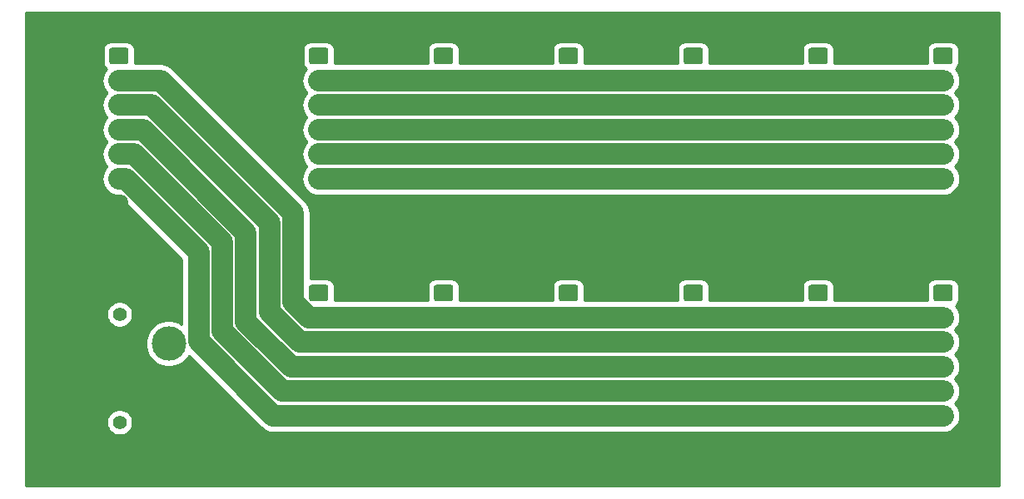
<source format=gbr>
%TF.GenerationSoftware,KiCad,Pcbnew,(5.1.9)-1*%
%TF.CreationDate,2021-11-23T19:46:46+00:00*%
%TF.ProjectId,6S parallel board,36532070-6172-4616-9c6c-656c20626f61,rev?*%
%TF.SameCoordinates,Original*%
%TF.FileFunction,Copper,L2,Bot*%
%TF.FilePolarity,Positive*%
%FSLAX46Y46*%
G04 Gerber Fmt 4.6, Leading zero omitted, Abs format (unit mm)*
G04 Created by KiCad (PCBNEW (5.1.9)-1) date 2021-11-23 19:46:46*
%MOMM*%
%LPD*%
G01*
G04 APERTURE LIST*
%TA.AperFunction,ComponentPad*%
%ADD10O,1.950000X1.700000*%
%TD*%
%TA.AperFunction,ComponentPad*%
%ADD11C,1.400000*%
%TD*%
%TA.AperFunction,ComponentPad*%
%ADD12R,3.500000X3.500000*%
%TD*%
%TA.AperFunction,ComponentPad*%
%ADD13C,3.500000*%
%TD*%
%TA.AperFunction,Conductor*%
%ADD14C,2.200000*%
%TD*%
%TA.AperFunction,Conductor*%
%ADD15C,0.254000*%
%TD*%
%TA.AperFunction,Conductor*%
%ADD16C,0.100000*%
%TD*%
G04 APERTURE END LIST*
D10*
%TO.P,J14,7*%
%TO.N,GND*%
X170180000Y-130570000D03*
%TO.P,J14,6*%
%TO.N,/B6*%
X170180000Y-128070000D03*
%TO.P,J14,5*%
%TO.N,/B5*%
X170180000Y-125570000D03*
%TO.P,J14,4*%
%TO.N,/B4*%
X170180000Y-123070000D03*
%TO.P,J14,3*%
%TO.N,/B3*%
X170180000Y-120570000D03*
%TO.P,J14,2*%
%TO.N,/B2*%
X170180000Y-118070000D03*
%TO.P,J14,1*%
%TO.N,VCC*%
%TA.AperFunction,ComponentPad*%
G36*
G01*
X169455000Y-114720000D02*
X170905000Y-114720000D01*
G75*
G02*
X171155000Y-114970000I0J-250000D01*
G01*
X171155000Y-116170000D01*
G75*
G02*
X170905000Y-116420000I-250000J0D01*
G01*
X169455000Y-116420000D01*
G75*
G02*
X169205000Y-116170000I0J250000D01*
G01*
X169205000Y-114970000D01*
G75*
G02*
X169455000Y-114720000I250000J0D01*
G01*
G37*
%TD.AperFunction*%
%TD*%
%TO.P,J13,7*%
%TO.N,GND*%
X157480000Y-130570000D03*
%TO.P,J13,6*%
%TO.N,/B6*%
X157480000Y-128070000D03*
%TO.P,J13,5*%
%TO.N,/B5*%
X157480000Y-125570000D03*
%TO.P,J13,4*%
%TO.N,/B4*%
X157480000Y-123070000D03*
%TO.P,J13,3*%
%TO.N,/B3*%
X157480000Y-120570000D03*
%TO.P,J13,2*%
%TO.N,/B2*%
X157480000Y-118070000D03*
%TO.P,J13,1*%
%TO.N,VCC*%
%TA.AperFunction,ComponentPad*%
G36*
G01*
X156755000Y-114720000D02*
X158205000Y-114720000D01*
G75*
G02*
X158455000Y-114970000I0J-250000D01*
G01*
X158455000Y-116170000D01*
G75*
G02*
X158205000Y-116420000I-250000J0D01*
G01*
X156755000Y-116420000D01*
G75*
G02*
X156505000Y-116170000I0J250000D01*
G01*
X156505000Y-114970000D01*
G75*
G02*
X156755000Y-114720000I250000J0D01*
G01*
G37*
%TD.AperFunction*%
%TD*%
%TO.P,J12,7*%
%TO.N,GND*%
X144780000Y-130570000D03*
%TO.P,J12,6*%
%TO.N,/B6*%
X144780000Y-128070000D03*
%TO.P,J12,5*%
%TO.N,/B5*%
X144780000Y-125570000D03*
%TO.P,J12,4*%
%TO.N,/B4*%
X144780000Y-123070000D03*
%TO.P,J12,3*%
%TO.N,/B3*%
X144780000Y-120570000D03*
%TO.P,J12,2*%
%TO.N,/B2*%
X144780000Y-118070000D03*
%TO.P,J12,1*%
%TO.N,VCC*%
%TA.AperFunction,ComponentPad*%
G36*
G01*
X144055000Y-114720000D02*
X145505000Y-114720000D01*
G75*
G02*
X145755000Y-114970000I0J-250000D01*
G01*
X145755000Y-116170000D01*
G75*
G02*
X145505000Y-116420000I-250000J0D01*
G01*
X144055000Y-116420000D01*
G75*
G02*
X143805000Y-116170000I0J250000D01*
G01*
X143805000Y-114970000D01*
G75*
G02*
X144055000Y-114720000I250000J0D01*
G01*
G37*
%TD.AperFunction*%
%TD*%
%TO.P,J11,7*%
%TO.N,GND*%
X132080000Y-130570000D03*
%TO.P,J11,6*%
%TO.N,/B6*%
X132080000Y-128070000D03*
%TO.P,J11,5*%
%TO.N,/B5*%
X132080000Y-125570000D03*
%TO.P,J11,4*%
%TO.N,/B4*%
X132080000Y-123070000D03*
%TO.P,J11,3*%
%TO.N,/B3*%
X132080000Y-120570000D03*
%TO.P,J11,2*%
%TO.N,/B2*%
X132080000Y-118070000D03*
%TO.P,J11,1*%
%TO.N,VCC*%
%TA.AperFunction,ComponentPad*%
G36*
G01*
X131355000Y-114720000D02*
X132805000Y-114720000D01*
G75*
G02*
X133055000Y-114970000I0J-250000D01*
G01*
X133055000Y-116170000D01*
G75*
G02*
X132805000Y-116420000I-250000J0D01*
G01*
X131355000Y-116420000D01*
G75*
G02*
X131105000Y-116170000I0J250000D01*
G01*
X131105000Y-114970000D01*
G75*
G02*
X131355000Y-114720000I250000J0D01*
G01*
G37*
%TD.AperFunction*%
%TD*%
%TO.P,J10,7*%
%TO.N,GND*%
X119380000Y-130570000D03*
%TO.P,J10,6*%
%TO.N,/B6*%
X119380000Y-128070000D03*
%TO.P,J10,5*%
%TO.N,/B5*%
X119380000Y-125570000D03*
%TO.P,J10,4*%
%TO.N,/B4*%
X119380000Y-123070000D03*
%TO.P,J10,3*%
%TO.N,/B3*%
X119380000Y-120570000D03*
%TO.P,J10,2*%
%TO.N,/B2*%
X119380000Y-118070000D03*
%TO.P,J10,1*%
%TO.N,VCC*%
%TA.AperFunction,ComponentPad*%
G36*
G01*
X118655000Y-114720000D02*
X120105000Y-114720000D01*
G75*
G02*
X120355000Y-114970000I0J-250000D01*
G01*
X120355000Y-116170000D01*
G75*
G02*
X120105000Y-116420000I-250000J0D01*
G01*
X118655000Y-116420000D01*
G75*
G02*
X118405000Y-116170000I0J250000D01*
G01*
X118405000Y-114970000D01*
G75*
G02*
X118655000Y-114720000I250000J0D01*
G01*
G37*
%TD.AperFunction*%
%TD*%
%TO.P,J9,7*%
%TO.N,GND*%
X106680000Y-130570000D03*
%TO.P,J9,6*%
%TO.N,/B6*%
X106680000Y-128070000D03*
%TO.P,J9,5*%
%TO.N,/B5*%
X106680000Y-125570000D03*
%TO.P,J9,4*%
%TO.N,/B4*%
X106680000Y-123070000D03*
%TO.P,J9,3*%
%TO.N,/B3*%
X106680000Y-120570000D03*
%TO.P,J9,2*%
%TO.N,/B2*%
X106680000Y-118070000D03*
%TO.P,J9,1*%
%TO.N,VCC*%
%TA.AperFunction,ComponentPad*%
G36*
G01*
X105955000Y-114720000D02*
X107405000Y-114720000D01*
G75*
G02*
X107655000Y-114970000I0J-250000D01*
G01*
X107655000Y-116170000D01*
G75*
G02*
X107405000Y-116420000I-250000J0D01*
G01*
X105955000Y-116420000D01*
G75*
G02*
X105705000Y-116170000I0J250000D01*
G01*
X105705000Y-114970000D01*
G75*
G02*
X105955000Y-114720000I250000J0D01*
G01*
G37*
%TD.AperFunction*%
%TD*%
%TO.P,J8,7*%
%TO.N,GND*%
X170180000Y-106440000D03*
%TO.P,J8,6*%
%TO.N,/B6*%
X170180000Y-103940000D03*
%TO.P,J8,5*%
%TO.N,/B5*%
X170180000Y-101440000D03*
%TO.P,J8,4*%
%TO.N,/B4*%
X170180000Y-98940000D03*
%TO.P,J8,3*%
%TO.N,/B3*%
X170180000Y-96440000D03*
%TO.P,J8,2*%
%TO.N,/B2*%
X170180000Y-93940000D03*
%TO.P,J8,1*%
%TO.N,VCC*%
%TA.AperFunction,ComponentPad*%
G36*
G01*
X169455000Y-90590000D02*
X170905000Y-90590000D01*
G75*
G02*
X171155000Y-90840000I0J-250000D01*
G01*
X171155000Y-92040000D01*
G75*
G02*
X170905000Y-92290000I-250000J0D01*
G01*
X169455000Y-92290000D01*
G75*
G02*
X169205000Y-92040000I0J250000D01*
G01*
X169205000Y-90840000D01*
G75*
G02*
X169455000Y-90590000I250000J0D01*
G01*
G37*
%TD.AperFunction*%
%TD*%
%TO.P,J7,7*%
%TO.N,GND*%
X157480000Y-106440000D03*
%TO.P,J7,6*%
%TO.N,/B6*%
X157480000Y-103940000D03*
%TO.P,J7,5*%
%TO.N,/B5*%
X157480000Y-101440000D03*
%TO.P,J7,4*%
%TO.N,/B4*%
X157480000Y-98940000D03*
%TO.P,J7,3*%
%TO.N,/B3*%
X157480000Y-96440000D03*
%TO.P,J7,2*%
%TO.N,/B2*%
X157480000Y-93940000D03*
%TO.P,J7,1*%
%TO.N,VCC*%
%TA.AperFunction,ComponentPad*%
G36*
G01*
X156755000Y-90590000D02*
X158205000Y-90590000D01*
G75*
G02*
X158455000Y-90840000I0J-250000D01*
G01*
X158455000Y-92040000D01*
G75*
G02*
X158205000Y-92290000I-250000J0D01*
G01*
X156755000Y-92290000D01*
G75*
G02*
X156505000Y-92040000I0J250000D01*
G01*
X156505000Y-90840000D01*
G75*
G02*
X156755000Y-90590000I250000J0D01*
G01*
G37*
%TD.AperFunction*%
%TD*%
%TO.P,J6,7*%
%TO.N,GND*%
X144780000Y-106440000D03*
%TO.P,J6,6*%
%TO.N,/B6*%
X144780000Y-103940000D03*
%TO.P,J6,5*%
%TO.N,/B5*%
X144780000Y-101440000D03*
%TO.P,J6,4*%
%TO.N,/B4*%
X144780000Y-98940000D03*
%TO.P,J6,3*%
%TO.N,/B3*%
X144780000Y-96440000D03*
%TO.P,J6,2*%
%TO.N,/B2*%
X144780000Y-93940000D03*
%TO.P,J6,1*%
%TO.N,VCC*%
%TA.AperFunction,ComponentPad*%
G36*
G01*
X144055000Y-90590000D02*
X145505000Y-90590000D01*
G75*
G02*
X145755000Y-90840000I0J-250000D01*
G01*
X145755000Y-92040000D01*
G75*
G02*
X145505000Y-92290000I-250000J0D01*
G01*
X144055000Y-92290000D01*
G75*
G02*
X143805000Y-92040000I0J250000D01*
G01*
X143805000Y-90840000D01*
G75*
G02*
X144055000Y-90590000I250000J0D01*
G01*
G37*
%TD.AperFunction*%
%TD*%
%TO.P,J5,7*%
%TO.N,GND*%
X132080000Y-106440000D03*
%TO.P,J5,6*%
%TO.N,/B6*%
X132080000Y-103940000D03*
%TO.P,J5,5*%
%TO.N,/B5*%
X132080000Y-101440000D03*
%TO.P,J5,4*%
%TO.N,/B4*%
X132080000Y-98940000D03*
%TO.P,J5,3*%
%TO.N,/B3*%
X132080000Y-96440000D03*
%TO.P,J5,2*%
%TO.N,/B2*%
X132080000Y-93940000D03*
%TO.P,J5,1*%
%TO.N,VCC*%
%TA.AperFunction,ComponentPad*%
G36*
G01*
X131355000Y-90590000D02*
X132805000Y-90590000D01*
G75*
G02*
X133055000Y-90840000I0J-250000D01*
G01*
X133055000Y-92040000D01*
G75*
G02*
X132805000Y-92290000I-250000J0D01*
G01*
X131355000Y-92290000D01*
G75*
G02*
X131105000Y-92040000I0J250000D01*
G01*
X131105000Y-90840000D01*
G75*
G02*
X131355000Y-90590000I250000J0D01*
G01*
G37*
%TD.AperFunction*%
%TD*%
%TO.P,J4,7*%
%TO.N,GND*%
X119380000Y-106440000D03*
%TO.P,J4,6*%
%TO.N,/B6*%
X119380000Y-103940000D03*
%TO.P,J4,5*%
%TO.N,/B5*%
X119380000Y-101440000D03*
%TO.P,J4,4*%
%TO.N,/B4*%
X119380000Y-98940000D03*
%TO.P,J4,3*%
%TO.N,/B3*%
X119380000Y-96440000D03*
%TO.P,J4,2*%
%TO.N,/B2*%
X119380000Y-93940000D03*
%TO.P,J4,1*%
%TO.N,VCC*%
%TA.AperFunction,ComponentPad*%
G36*
G01*
X118655000Y-90590000D02*
X120105000Y-90590000D01*
G75*
G02*
X120355000Y-90840000I0J-250000D01*
G01*
X120355000Y-92040000D01*
G75*
G02*
X120105000Y-92290000I-250000J0D01*
G01*
X118655000Y-92290000D01*
G75*
G02*
X118405000Y-92040000I0J250000D01*
G01*
X118405000Y-90840000D01*
G75*
G02*
X118655000Y-90590000I250000J0D01*
G01*
G37*
%TD.AperFunction*%
%TD*%
%TO.P,J3,7*%
%TO.N,GND*%
X106680000Y-106440000D03*
%TO.P,J3,6*%
%TO.N,/B6*%
X106680000Y-103940000D03*
%TO.P,J3,5*%
%TO.N,/B5*%
X106680000Y-101440000D03*
%TO.P,J3,4*%
%TO.N,/B4*%
X106680000Y-98940000D03*
%TO.P,J3,3*%
%TO.N,/B3*%
X106680000Y-96440000D03*
%TO.P,J3,2*%
%TO.N,/B2*%
X106680000Y-93940000D03*
%TO.P,J3,1*%
%TO.N,VCC*%
%TA.AperFunction,ComponentPad*%
G36*
G01*
X105955000Y-90590000D02*
X107405000Y-90590000D01*
G75*
G02*
X107655000Y-90840000I0J-250000D01*
G01*
X107655000Y-92040000D01*
G75*
G02*
X107405000Y-92290000I-250000J0D01*
G01*
X105955000Y-92290000D01*
G75*
G02*
X105705000Y-92040000I0J250000D01*
G01*
X105705000Y-90840000D01*
G75*
G02*
X105955000Y-90590000I250000J0D01*
G01*
G37*
%TD.AperFunction*%
%TD*%
%TO.P,J2,7*%
%TO.N,GND*%
X86360000Y-106440000D03*
%TO.P,J2,6*%
%TO.N,/B6*%
X86360000Y-103940000D03*
%TO.P,J2,5*%
%TO.N,/B5*%
X86360000Y-101440000D03*
%TO.P,J2,4*%
%TO.N,/B4*%
X86360000Y-98940000D03*
%TO.P,J2,3*%
%TO.N,/B3*%
X86360000Y-96440000D03*
%TO.P,J2,2*%
%TO.N,/B2*%
X86360000Y-93940000D03*
%TO.P,J2,1*%
%TO.N,VCC*%
%TA.AperFunction,ComponentPad*%
G36*
G01*
X85635000Y-90590000D02*
X87085000Y-90590000D01*
G75*
G02*
X87335000Y-90840000I0J-250000D01*
G01*
X87335000Y-92040000D01*
G75*
G02*
X87085000Y-92290000I-250000J0D01*
G01*
X85635000Y-92290000D01*
G75*
G02*
X85385000Y-92040000I0J250000D01*
G01*
X85385000Y-90840000D01*
G75*
G02*
X85635000Y-90590000I250000J0D01*
G01*
G37*
%TD.AperFunction*%
%TD*%
D11*
%TO.P,J1,*%
%TO.N,*%
X86440000Y-128730000D03*
X86440000Y-117730000D03*
D12*
%TO.P,J1,1*%
%TO.N,GND*%
X91440000Y-125730000D03*
D13*
%TO.P,J1,2*%
%TO.N,VCC*%
X91440000Y-120730000D03*
%TD*%
D14*
%TO.N,/B4*%
X88813825Y-98940000D02*
X86360000Y-98940000D01*
X99290020Y-109416195D02*
X88813825Y-98940000D01*
X99290020Y-118485320D02*
X99290020Y-109416195D01*
X103874700Y-123070000D02*
X99290020Y-118485320D01*
X106680000Y-123070000D02*
X103874700Y-123070000D01*
X106680000Y-123070000D02*
X170180000Y-123070000D01*
X170180000Y-98940000D02*
X106680000Y-98940000D01*
%TO.N,/B3*%
X89707951Y-96440000D02*
X86360000Y-96440000D01*
X101690029Y-108422078D02*
X89707951Y-96440000D01*
X101690029Y-117491203D02*
X101690029Y-108422078D01*
X104768826Y-120570000D02*
X101690029Y-117491203D01*
X106680000Y-120570000D02*
X104768826Y-120570000D01*
X170180000Y-120570000D02*
X106680000Y-120570000D01*
X106680000Y-96440000D02*
X170180000Y-96440000D01*
%TO.N,/B2*%
X90602077Y-93940000D02*
X86360000Y-93940000D01*
X104090039Y-107427962D02*
X90602077Y-93940000D01*
X104090039Y-116497087D02*
X104090039Y-107427962D01*
X105662952Y-118070000D02*
X104090039Y-116497087D01*
X106680000Y-118070000D02*
X105662952Y-118070000D01*
X145445573Y-118070000D02*
X170180000Y-118070000D01*
X106680000Y-118070000D02*
X145445573Y-118070000D01*
X170180000Y-93940000D02*
X106680000Y-93940000D01*
%TO.N,/B6*%
X94490001Y-111404428D02*
X87025573Y-103940000D01*
X87025573Y-103940000D02*
X86360000Y-103940000D01*
X94490001Y-120473553D02*
X94490001Y-111404428D01*
X102086448Y-128070000D02*
X94490001Y-120473553D01*
X106680000Y-128070000D02*
X102086448Y-128070000D01*
X106680000Y-128070000D02*
X170180000Y-128070000D01*
X170180000Y-103940000D02*
X106680000Y-103940000D01*
%TO.N,/B5*%
X96890011Y-119479437D02*
X102980574Y-125570000D01*
X96890011Y-110410312D02*
X96890011Y-119479437D01*
X102980574Y-125570000D02*
X106680000Y-125570000D01*
X87919699Y-101440000D02*
X96890011Y-110410312D01*
X86360000Y-101440000D02*
X87919699Y-101440000D01*
X106680000Y-125570000D02*
X170180000Y-125570000D01*
X106680000Y-101440000D02*
X170180000Y-101440000D01*
%TD*%
D15*
%TO.N,GND*%
X175845001Y-135205000D02*
X76885000Y-135205000D01*
X76885000Y-128598514D01*
X85105000Y-128598514D01*
X85105000Y-128861486D01*
X85156304Y-129119405D01*
X85256939Y-129362359D01*
X85403038Y-129581013D01*
X85588987Y-129766962D01*
X85807641Y-129913061D01*
X86050595Y-130013696D01*
X86308514Y-130065000D01*
X86571486Y-130065000D01*
X86829405Y-130013696D01*
X87072359Y-129913061D01*
X87291013Y-129766962D01*
X87476962Y-129581013D01*
X87623061Y-129362359D01*
X87723696Y-129119405D01*
X87775000Y-128861486D01*
X87775000Y-128598514D01*
X87723696Y-128340595D01*
X87623061Y-128097641D01*
X87476962Y-127878987D01*
X87291013Y-127693038D01*
X87072359Y-127546939D01*
X86829405Y-127446304D01*
X86571486Y-127395000D01*
X86308514Y-127395000D01*
X86050595Y-127446304D01*
X85807641Y-127546939D01*
X85588987Y-127693038D01*
X85403038Y-127878987D01*
X85256939Y-128097641D01*
X85156304Y-128340595D01*
X85105000Y-128598514D01*
X76885000Y-128598514D01*
X76885000Y-117598514D01*
X85105000Y-117598514D01*
X85105000Y-117861486D01*
X85156304Y-118119405D01*
X85256939Y-118362359D01*
X85403038Y-118581013D01*
X85588987Y-118766962D01*
X85807641Y-118913061D01*
X86050595Y-119013696D01*
X86308514Y-119065000D01*
X86571486Y-119065000D01*
X86829405Y-119013696D01*
X87072359Y-118913061D01*
X87291013Y-118766962D01*
X87476962Y-118581013D01*
X87623061Y-118362359D01*
X87723696Y-118119405D01*
X87775000Y-117861486D01*
X87775000Y-117598514D01*
X87723696Y-117340595D01*
X87623061Y-117097641D01*
X87476962Y-116878987D01*
X87291013Y-116693038D01*
X87072359Y-116546939D01*
X86829405Y-116446304D01*
X86571486Y-116395000D01*
X86308514Y-116395000D01*
X86050595Y-116446304D01*
X85807641Y-116546939D01*
X85588987Y-116693038D01*
X85403038Y-116878987D01*
X85256939Y-117097641D01*
X85156304Y-117340595D01*
X85105000Y-117598514D01*
X76885000Y-117598514D01*
X76885000Y-93940000D01*
X84616606Y-93940000D01*
X84650105Y-94280119D01*
X84749314Y-94607168D01*
X84910421Y-94908578D01*
X85127234Y-95172766D01*
X85148234Y-95190000D01*
X85127234Y-95207234D01*
X84910421Y-95471422D01*
X84749314Y-95772832D01*
X84650105Y-96099881D01*
X84616606Y-96440000D01*
X84650105Y-96780119D01*
X84749314Y-97107168D01*
X84910421Y-97408578D01*
X85127234Y-97672766D01*
X85148234Y-97690000D01*
X85127234Y-97707234D01*
X84910421Y-97971422D01*
X84749314Y-98272832D01*
X84650105Y-98599881D01*
X84616606Y-98940000D01*
X84650105Y-99280119D01*
X84749314Y-99607168D01*
X84910421Y-99908578D01*
X85127234Y-100172766D01*
X85148234Y-100190000D01*
X85127234Y-100207234D01*
X84910421Y-100471422D01*
X84749314Y-100772832D01*
X84650105Y-101099881D01*
X84616606Y-101440000D01*
X84650105Y-101780119D01*
X84749314Y-102107168D01*
X84910421Y-102408578D01*
X85127234Y-102672766D01*
X85148234Y-102690000D01*
X85127234Y-102707234D01*
X84910421Y-102971422D01*
X84749314Y-103272832D01*
X84650105Y-103599881D01*
X84616606Y-103940000D01*
X84650105Y-104280119D01*
X84749314Y-104607168D01*
X84910421Y-104908578D01*
X85127234Y-105172766D01*
X85391422Y-105389579D01*
X85692832Y-105550686D01*
X86019881Y-105649895D01*
X86274775Y-105675000D01*
X86306913Y-105675000D01*
X92755002Y-112123090D01*
X92755001Y-118740241D01*
X92569721Y-118616440D01*
X92135679Y-118436654D01*
X91674902Y-118345000D01*
X91205098Y-118345000D01*
X90744321Y-118436654D01*
X90310279Y-118616440D01*
X89919651Y-118877450D01*
X89587450Y-119209651D01*
X89326440Y-119600279D01*
X89146654Y-120034321D01*
X89055000Y-120495098D01*
X89055000Y-120964902D01*
X89146654Y-121425679D01*
X89326440Y-121859721D01*
X89587450Y-122250349D01*
X89919651Y-122582550D01*
X90310279Y-122843560D01*
X90744321Y-123023346D01*
X91205098Y-123115000D01*
X91674902Y-123115000D01*
X92135679Y-123023346D01*
X92569721Y-122843560D01*
X92960349Y-122582550D01*
X93292550Y-122250349D01*
X93501068Y-121938280D01*
X100799354Y-129236567D01*
X100853682Y-129302766D01*
X101117870Y-129519579D01*
X101419280Y-129680686D01*
X101746329Y-129779895D01*
X102001223Y-129805000D01*
X102001224Y-129805000D01*
X102086447Y-129813394D01*
X102171670Y-129805000D01*
X170265225Y-129805000D01*
X170520119Y-129779895D01*
X170847168Y-129680686D01*
X171148578Y-129519579D01*
X171412766Y-129302766D01*
X171629579Y-129038578D01*
X171790686Y-128737168D01*
X171889895Y-128410119D01*
X171923394Y-128070000D01*
X171889895Y-127729881D01*
X171790686Y-127402832D01*
X171629579Y-127101422D01*
X171412766Y-126837234D01*
X171391766Y-126820000D01*
X171412766Y-126802766D01*
X171629579Y-126538578D01*
X171790686Y-126237168D01*
X171889895Y-125910119D01*
X171923394Y-125570000D01*
X171889895Y-125229881D01*
X171790686Y-124902832D01*
X171629579Y-124601422D01*
X171412766Y-124337234D01*
X171391766Y-124320000D01*
X171412766Y-124302766D01*
X171629579Y-124038578D01*
X171790686Y-123737168D01*
X171889895Y-123410119D01*
X171923394Y-123070000D01*
X171889895Y-122729881D01*
X171790686Y-122402832D01*
X171629579Y-122101422D01*
X171412766Y-121837234D01*
X171391766Y-121820000D01*
X171412766Y-121802766D01*
X171629579Y-121538578D01*
X171790686Y-121237168D01*
X171889895Y-120910119D01*
X171923394Y-120570000D01*
X171889895Y-120229881D01*
X171790686Y-119902832D01*
X171629579Y-119601422D01*
X171412766Y-119337234D01*
X171391766Y-119320000D01*
X171412766Y-119302766D01*
X171629579Y-119038578D01*
X171790686Y-118737168D01*
X171889895Y-118410119D01*
X171923394Y-118070000D01*
X171889895Y-117729881D01*
X171790686Y-117402832D01*
X171629579Y-117101422D01*
X171441881Y-116872710D01*
X171532962Y-116797962D01*
X171643405Y-116663386D01*
X171725472Y-116509850D01*
X171776008Y-116343254D01*
X171793072Y-116170000D01*
X171793072Y-114970000D01*
X171776008Y-114796746D01*
X171725472Y-114630150D01*
X171643405Y-114476614D01*
X171532962Y-114342038D01*
X171398386Y-114231595D01*
X171244850Y-114149528D01*
X171078254Y-114098992D01*
X170905000Y-114081928D01*
X169455000Y-114081928D01*
X169281746Y-114098992D01*
X169115150Y-114149528D01*
X168961614Y-114231595D01*
X168827038Y-114342038D01*
X168716595Y-114476614D01*
X168634528Y-114630150D01*
X168583992Y-114796746D01*
X168566928Y-114970000D01*
X168566928Y-116170000D01*
X168583179Y-116335000D01*
X159076821Y-116335000D01*
X159093072Y-116170000D01*
X159093072Y-114970000D01*
X159076008Y-114796746D01*
X159025472Y-114630150D01*
X158943405Y-114476614D01*
X158832962Y-114342038D01*
X158698386Y-114231595D01*
X158544850Y-114149528D01*
X158378254Y-114098992D01*
X158205000Y-114081928D01*
X156755000Y-114081928D01*
X156581746Y-114098992D01*
X156415150Y-114149528D01*
X156261614Y-114231595D01*
X156127038Y-114342038D01*
X156016595Y-114476614D01*
X155934528Y-114630150D01*
X155883992Y-114796746D01*
X155866928Y-114970000D01*
X155866928Y-116170000D01*
X155883179Y-116335000D01*
X146376821Y-116335000D01*
X146393072Y-116170000D01*
X146393072Y-114970000D01*
X146376008Y-114796746D01*
X146325472Y-114630150D01*
X146243405Y-114476614D01*
X146132962Y-114342038D01*
X145998386Y-114231595D01*
X145844850Y-114149528D01*
X145678254Y-114098992D01*
X145505000Y-114081928D01*
X144055000Y-114081928D01*
X143881746Y-114098992D01*
X143715150Y-114149528D01*
X143561614Y-114231595D01*
X143427038Y-114342038D01*
X143316595Y-114476614D01*
X143234528Y-114630150D01*
X143183992Y-114796746D01*
X143166928Y-114970000D01*
X143166928Y-116170000D01*
X143183179Y-116335000D01*
X133676821Y-116335000D01*
X133693072Y-116170000D01*
X133693072Y-114970000D01*
X133676008Y-114796746D01*
X133625472Y-114630150D01*
X133543405Y-114476614D01*
X133432962Y-114342038D01*
X133298386Y-114231595D01*
X133144850Y-114149528D01*
X132978254Y-114098992D01*
X132805000Y-114081928D01*
X131355000Y-114081928D01*
X131181746Y-114098992D01*
X131015150Y-114149528D01*
X130861614Y-114231595D01*
X130727038Y-114342038D01*
X130616595Y-114476614D01*
X130534528Y-114630150D01*
X130483992Y-114796746D01*
X130466928Y-114970000D01*
X130466928Y-116170000D01*
X130483179Y-116335000D01*
X120976821Y-116335000D01*
X120993072Y-116170000D01*
X120993072Y-114970000D01*
X120976008Y-114796746D01*
X120925472Y-114630150D01*
X120843405Y-114476614D01*
X120732962Y-114342038D01*
X120598386Y-114231595D01*
X120444850Y-114149528D01*
X120278254Y-114098992D01*
X120105000Y-114081928D01*
X118655000Y-114081928D01*
X118481746Y-114098992D01*
X118315150Y-114149528D01*
X118161614Y-114231595D01*
X118027038Y-114342038D01*
X117916595Y-114476614D01*
X117834528Y-114630150D01*
X117783992Y-114796746D01*
X117766928Y-114970000D01*
X117766928Y-116170000D01*
X117783179Y-116335000D01*
X108276821Y-116335000D01*
X108293072Y-116170000D01*
X108293072Y-114970000D01*
X108276008Y-114796746D01*
X108225472Y-114630150D01*
X108143405Y-114476614D01*
X108032962Y-114342038D01*
X107898386Y-114231595D01*
X107744850Y-114149528D01*
X107578254Y-114098992D01*
X107405000Y-114081928D01*
X105955000Y-114081928D01*
X105825039Y-114094728D01*
X105825039Y-107513187D01*
X105833433Y-107427962D01*
X105799934Y-107087843D01*
X105700725Y-106760794D01*
X105656836Y-106678684D01*
X105539618Y-106459384D01*
X105322805Y-106195196D01*
X105256600Y-106140863D01*
X93055737Y-93940000D01*
X104936606Y-93940000D01*
X104970105Y-94280119D01*
X105069314Y-94607168D01*
X105230421Y-94908578D01*
X105447234Y-95172766D01*
X105468234Y-95190000D01*
X105447234Y-95207234D01*
X105230421Y-95471422D01*
X105069314Y-95772832D01*
X104970105Y-96099881D01*
X104936606Y-96440000D01*
X104970105Y-96780119D01*
X105069314Y-97107168D01*
X105230421Y-97408578D01*
X105447234Y-97672766D01*
X105468234Y-97690000D01*
X105447234Y-97707234D01*
X105230421Y-97971422D01*
X105069314Y-98272832D01*
X104970105Y-98599881D01*
X104936606Y-98940000D01*
X104970105Y-99280119D01*
X105069314Y-99607168D01*
X105230421Y-99908578D01*
X105447234Y-100172766D01*
X105468234Y-100190000D01*
X105447234Y-100207234D01*
X105230421Y-100471422D01*
X105069314Y-100772832D01*
X104970105Y-101099881D01*
X104936606Y-101440000D01*
X104970105Y-101780119D01*
X105069314Y-102107168D01*
X105230421Y-102408578D01*
X105447234Y-102672766D01*
X105468234Y-102690000D01*
X105447234Y-102707234D01*
X105230421Y-102971422D01*
X105069314Y-103272832D01*
X104970105Y-103599881D01*
X104936606Y-103940000D01*
X104970105Y-104280119D01*
X105069314Y-104607168D01*
X105230421Y-104908578D01*
X105447234Y-105172766D01*
X105711422Y-105389579D01*
X106012832Y-105550686D01*
X106339881Y-105649895D01*
X106594775Y-105675000D01*
X170265225Y-105675000D01*
X170520119Y-105649895D01*
X170847168Y-105550686D01*
X171148578Y-105389579D01*
X171412766Y-105172766D01*
X171629579Y-104908578D01*
X171790686Y-104607168D01*
X171889895Y-104280119D01*
X171923394Y-103940000D01*
X171889895Y-103599881D01*
X171790686Y-103272832D01*
X171629579Y-102971422D01*
X171412766Y-102707234D01*
X171391766Y-102690000D01*
X171412766Y-102672766D01*
X171629579Y-102408578D01*
X171790686Y-102107168D01*
X171889895Y-101780119D01*
X171923394Y-101440000D01*
X171889895Y-101099881D01*
X171790686Y-100772832D01*
X171629579Y-100471422D01*
X171412766Y-100207234D01*
X171391766Y-100190000D01*
X171412766Y-100172766D01*
X171629579Y-99908578D01*
X171790686Y-99607168D01*
X171889895Y-99280119D01*
X171923394Y-98940000D01*
X171889895Y-98599881D01*
X171790686Y-98272832D01*
X171629579Y-97971422D01*
X171412766Y-97707234D01*
X171391766Y-97690000D01*
X171412766Y-97672766D01*
X171629579Y-97408578D01*
X171790686Y-97107168D01*
X171889895Y-96780119D01*
X171923394Y-96440000D01*
X171889895Y-96099881D01*
X171790686Y-95772832D01*
X171629579Y-95471422D01*
X171412766Y-95207234D01*
X171391766Y-95190000D01*
X171412766Y-95172766D01*
X171629579Y-94908578D01*
X171790686Y-94607168D01*
X171889895Y-94280119D01*
X171923394Y-93940000D01*
X171889895Y-93599881D01*
X171790686Y-93272832D01*
X171629579Y-92971422D01*
X171441881Y-92742710D01*
X171532962Y-92667962D01*
X171643405Y-92533386D01*
X171725472Y-92379850D01*
X171776008Y-92213254D01*
X171793072Y-92040000D01*
X171793072Y-90840000D01*
X171776008Y-90666746D01*
X171725472Y-90500150D01*
X171643405Y-90346614D01*
X171532962Y-90212038D01*
X171398386Y-90101595D01*
X171244850Y-90019528D01*
X171078254Y-89968992D01*
X170905000Y-89951928D01*
X169455000Y-89951928D01*
X169281746Y-89968992D01*
X169115150Y-90019528D01*
X168961614Y-90101595D01*
X168827038Y-90212038D01*
X168716595Y-90346614D01*
X168634528Y-90500150D01*
X168583992Y-90666746D01*
X168566928Y-90840000D01*
X168566928Y-92040000D01*
X168583179Y-92205000D01*
X159076821Y-92205000D01*
X159093072Y-92040000D01*
X159093072Y-90840000D01*
X159076008Y-90666746D01*
X159025472Y-90500150D01*
X158943405Y-90346614D01*
X158832962Y-90212038D01*
X158698386Y-90101595D01*
X158544850Y-90019528D01*
X158378254Y-89968992D01*
X158205000Y-89951928D01*
X156755000Y-89951928D01*
X156581746Y-89968992D01*
X156415150Y-90019528D01*
X156261614Y-90101595D01*
X156127038Y-90212038D01*
X156016595Y-90346614D01*
X155934528Y-90500150D01*
X155883992Y-90666746D01*
X155866928Y-90840000D01*
X155866928Y-92040000D01*
X155883179Y-92205000D01*
X146376821Y-92205000D01*
X146393072Y-92040000D01*
X146393072Y-90840000D01*
X146376008Y-90666746D01*
X146325472Y-90500150D01*
X146243405Y-90346614D01*
X146132962Y-90212038D01*
X145998386Y-90101595D01*
X145844850Y-90019528D01*
X145678254Y-89968992D01*
X145505000Y-89951928D01*
X144055000Y-89951928D01*
X143881746Y-89968992D01*
X143715150Y-90019528D01*
X143561614Y-90101595D01*
X143427038Y-90212038D01*
X143316595Y-90346614D01*
X143234528Y-90500150D01*
X143183992Y-90666746D01*
X143166928Y-90840000D01*
X143166928Y-92040000D01*
X143183179Y-92205000D01*
X133676821Y-92205000D01*
X133693072Y-92040000D01*
X133693072Y-90840000D01*
X133676008Y-90666746D01*
X133625472Y-90500150D01*
X133543405Y-90346614D01*
X133432962Y-90212038D01*
X133298386Y-90101595D01*
X133144850Y-90019528D01*
X132978254Y-89968992D01*
X132805000Y-89951928D01*
X131355000Y-89951928D01*
X131181746Y-89968992D01*
X131015150Y-90019528D01*
X130861614Y-90101595D01*
X130727038Y-90212038D01*
X130616595Y-90346614D01*
X130534528Y-90500150D01*
X130483992Y-90666746D01*
X130466928Y-90840000D01*
X130466928Y-92040000D01*
X130483179Y-92205000D01*
X120976821Y-92205000D01*
X120993072Y-92040000D01*
X120993072Y-90840000D01*
X120976008Y-90666746D01*
X120925472Y-90500150D01*
X120843405Y-90346614D01*
X120732962Y-90212038D01*
X120598386Y-90101595D01*
X120444850Y-90019528D01*
X120278254Y-89968992D01*
X120105000Y-89951928D01*
X118655000Y-89951928D01*
X118481746Y-89968992D01*
X118315150Y-90019528D01*
X118161614Y-90101595D01*
X118027038Y-90212038D01*
X117916595Y-90346614D01*
X117834528Y-90500150D01*
X117783992Y-90666746D01*
X117766928Y-90840000D01*
X117766928Y-92040000D01*
X117783179Y-92205000D01*
X108276821Y-92205000D01*
X108293072Y-92040000D01*
X108293072Y-90840000D01*
X108276008Y-90666746D01*
X108225472Y-90500150D01*
X108143405Y-90346614D01*
X108032962Y-90212038D01*
X107898386Y-90101595D01*
X107744850Y-90019528D01*
X107578254Y-89968992D01*
X107405000Y-89951928D01*
X105955000Y-89951928D01*
X105781746Y-89968992D01*
X105615150Y-90019528D01*
X105461614Y-90101595D01*
X105327038Y-90212038D01*
X105216595Y-90346614D01*
X105134528Y-90500150D01*
X105083992Y-90666746D01*
X105066928Y-90840000D01*
X105066928Y-92040000D01*
X105083992Y-92213254D01*
X105134528Y-92379850D01*
X105216595Y-92533386D01*
X105327038Y-92667962D01*
X105418119Y-92742710D01*
X105230421Y-92971422D01*
X105069314Y-93272832D01*
X104970105Y-93599881D01*
X104936606Y-93940000D01*
X93055737Y-93940000D01*
X91889176Y-92773439D01*
X91834843Y-92707234D01*
X91570655Y-92490421D01*
X91269245Y-92329314D01*
X90942196Y-92230105D01*
X90687302Y-92205000D01*
X90602077Y-92196606D01*
X90516852Y-92205000D01*
X87956821Y-92205000D01*
X87973072Y-92040000D01*
X87973072Y-90840000D01*
X87956008Y-90666746D01*
X87905472Y-90500150D01*
X87823405Y-90346614D01*
X87712962Y-90212038D01*
X87578386Y-90101595D01*
X87424850Y-90019528D01*
X87258254Y-89968992D01*
X87085000Y-89951928D01*
X85635000Y-89951928D01*
X85461746Y-89968992D01*
X85295150Y-90019528D01*
X85141614Y-90101595D01*
X85007038Y-90212038D01*
X84896595Y-90346614D01*
X84814528Y-90500150D01*
X84763992Y-90666746D01*
X84746928Y-90840000D01*
X84746928Y-92040000D01*
X84763992Y-92213254D01*
X84814528Y-92379850D01*
X84896595Y-92533386D01*
X85007038Y-92667962D01*
X85098119Y-92742710D01*
X84910421Y-92971422D01*
X84749314Y-93272832D01*
X84650105Y-93599881D01*
X84616606Y-93940000D01*
X76885000Y-93940000D01*
X76885000Y-87045000D01*
X175845000Y-87045000D01*
X175845001Y-135205000D01*
%TA.AperFunction,Conductor*%
D16*
G36*
X175845001Y-135205000D02*
G01*
X76885000Y-135205000D01*
X76885000Y-128598514D01*
X85105000Y-128598514D01*
X85105000Y-128861486D01*
X85156304Y-129119405D01*
X85256939Y-129362359D01*
X85403038Y-129581013D01*
X85588987Y-129766962D01*
X85807641Y-129913061D01*
X86050595Y-130013696D01*
X86308514Y-130065000D01*
X86571486Y-130065000D01*
X86829405Y-130013696D01*
X87072359Y-129913061D01*
X87291013Y-129766962D01*
X87476962Y-129581013D01*
X87623061Y-129362359D01*
X87723696Y-129119405D01*
X87775000Y-128861486D01*
X87775000Y-128598514D01*
X87723696Y-128340595D01*
X87623061Y-128097641D01*
X87476962Y-127878987D01*
X87291013Y-127693038D01*
X87072359Y-127546939D01*
X86829405Y-127446304D01*
X86571486Y-127395000D01*
X86308514Y-127395000D01*
X86050595Y-127446304D01*
X85807641Y-127546939D01*
X85588987Y-127693038D01*
X85403038Y-127878987D01*
X85256939Y-128097641D01*
X85156304Y-128340595D01*
X85105000Y-128598514D01*
X76885000Y-128598514D01*
X76885000Y-117598514D01*
X85105000Y-117598514D01*
X85105000Y-117861486D01*
X85156304Y-118119405D01*
X85256939Y-118362359D01*
X85403038Y-118581013D01*
X85588987Y-118766962D01*
X85807641Y-118913061D01*
X86050595Y-119013696D01*
X86308514Y-119065000D01*
X86571486Y-119065000D01*
X86829405Y-119013696D01*
X87072359Y-118913061D01*
X87291013Y-118766962D01*
X87476962Y-118581013D01*
X87623061Y-118362359D01*
X87723696Y-118119405D01*
X87775000Y-117861486D01*
X87775000Y-117598514D01*
X87723696Y-117340595D01*
X87623061Y-117097641D01*
X87476962Y-116878987D01*
X87291013Y-116693038D01*
X87072359Y-116546939D01*
X86829405Y-116446304D01*
X86571486Y-116395000D01*
X86308514Y-116395000D01*
X86050595Y-116446304D01*
X85807641Y-116546939D01*
X85588987Y-116693038D01*
X85403038Y-116878987D01*
X85256939Y-117097641D01*
X85156304Y-117340595D01*
X85105000Y-117598514D01*
X76885000Y-117598514D01*
X76885000Y-93940000D01*
X84616606Y-93940000D01*
X84650105Y-94280119D01*
X84749314Y-94607168D01*
X84910421Y-94908578D01*
X85127234Y-95172766D01*
X85148234Y-95190000D01*
X85127234Y-95207234D01*
X84910421Y-95471422D01*
X84749314Y-95772832D01*
X84650105Y-96099881D01*
X84616606Y-96440000D01*
X84650105Y-96780119D01*
X84749314Y-97107168D01*
X84910421Y-97408578D01*
X85127234Y-97672766D01*
X85148234Y-97690000D01*
X85127234Y-97707234D01*
X84910421Y-97971422D01*
X84749314Y-98272832D01*
X84650105Y-98599881D01*
X84616606Y-98940000D01*
X84650105Y-99280119D01*
X84749314Y-99607168D01*
X84910421Y-99908578D01*
X85127234Y-100172766D01*
X85148234Y-100190000D01*
X85127234Y-100207234D01*
X84910421Y-100471422D01*
X84749314Y-100772832D01*
X84650105Y-101099881D01*
X84616606Y-101440000D01*
X84650105Y-101780119D01*
X84749314Y-102107168D01*
X84910421Y-102408578D01*
X85127234Y-102672766D01*
X85148234Y-102690000D01*
X85127234Y-102707234D01*
X84910421Y-102971422D01*
X84749314Y-103272832D01*
X84650105Y-103599881D01*
X84616606Y-103940000D01*
X84650105Y-104280119D01*
X84749314Y-104607168D01*
X84910421Y-104908578D01*
X85127234Y-105172766D01*
X85391422Y-105389579D01*
X85692832Y-105550686D01*
X86019881Y-105649895D01*
X86274775Y-105675000D01*
X86306913Y-105675000D01*
X92755002Y-112123090D01*
X92755001Y-118740241D01*
X92569721Y-118616440D01*
X92135679Y-118436654D01*
X91674902Y-118345000D01*
X91205098Y-118345000D01*
X90744321Y-118436654D01*
X90310279Y-118616440D01*
X89919651Y-118877450D01*
X89587450Y-119209651D01*
X89326440Y-119600279D01*
X89146654Y-120034321D01*
X89055000Y-120495098D01*
X89055000Y-120964902D01*
X89146654Y-121425679D01*
X89326440Y-121859721D01*
X89587450Y-122250349D01*
X89919651Y-122582550D01*
X90310279Y-122843560D01*
X90744321Y-123023346D01*
X91205098Y-123115000D01*
X91674902Y-123115000D01*
X92135679Y-123023346D01*
X92569721Y-122843560D01*
X92960349Y-122582550D01*
X93292550Y-122250349D01*
X93501068Y-121938280D01*
X100799354Y-129236567D01*
X100853682Y-129302766D01*
X101117870Y-129519579D01*
X101419280Y-129680686D01*
X101746329Y-129779895D01*
X102001223Y-129805000D01*
X102001224Y-129805000D01*
X102086447Y-129813394D01*
X102171670Y-129805000D01*
X170265225Y-129805000D01*
X170520119Y-129779895D01*
X170847168Y-129680686D01*
X171148578Y-129519579D01*
X171412766Y-129302766D01*
X171629579Y-129038578D01*
X171790686Y-128737168D01*
X171889895Y-128410119D01*
X171923394Y-128070000D01*
X171889895Y-127729881D01*
X171790686Y-127402832D01*
X171629579Y-127101422D01*
X171412766Y-126837234D01*
X171391766Y-126820000D01*
X171412766Y-126802766D01*
X171629579Y-126538578D01*
X171790686Y-126237168D01*
X171889895Y-125910119D01*
X171923394Y-125570000D01*
X171889895Y-125229881D01*
X171790686Y-124902832D01*
X171629579Y-124601422D01*
X171412766Y-124337234D01*
X171391766Y-124320000D01*
X171412766Y-124302766D01*
X171629579Y-124038578D01*
X171790686Y-123737168D01*
X171889895Y-123410119D01*
X171923394Y-123070000D01*
X171889895Y-122729881D01*
X171790686Y-122402832D01*
X171629579Y-122101422D01*
X171412766Y-121837234D01*
X171391766Y-121820000D01*
X171412766Y-121802766D01*
X171629579Y-121538578D01*
X171790686Y-121237168D01*
X171889895Y-120910119D01*
X171923394Y-120570000D01*
X171889895Y-120229881D01*
X171790686Y-119902832D01*
X171629579Y-119601422D01*
X171412766Y-119337234D01*
X171391766Y-119320000D01*
X171412766Y-119302766D01*
X171629579Y-119038578D01*
X171790686Y-118737168D01*
X171889895Y-118410119D01*
X171923394Y-118070000D01*
X171889895Y-117729881D01*
X171790686Y-117402832D01*
X171629579Y-117101422D01*
X171441881Y-116872710D01*
X171532962Y-116797962D01*
X171643405Y-116663386D01*
X171725472Y-116509850D01*
X171776008Y-116343254D01*
X171793072Y-116170000D01*
X171793072Y-114970000D01*
X171776008Y-114796746D01*
X171725472Y-114630150D01*
X171643405Y-114476614D01*
X171532962Y-114342038D01*
X171398386Y-114231595D01*
X171244850Y-114149528D01*
X171078254Y-114098992D01*
X170905000Y-114081928D01*
X169455000Y-114081928D01*
X169281746Y-114098992D01*
X169115150Y-114149528D01*
X168961614Y-114231595D01*
X168827038Y-114342038D01*
X168716595Y-114476614D01*
X168634528Y-114630150D01*
X168583992Y-114796746D01*
X168566928Y-114970000D01*
X168566928Y-116170000D01*
X168583179Y-116335000D01*
X159076821Y-116335000D01*
X159093072Y-116170000D01*
X159093072Y-114970000D01*
X159076008Y-114796746D01*
X159025472Y-114630150D01*
X158943405Y-114476614D01*
X158832962Y-114342038D01*
X158698386Y-114231595D01*
X158544850Y-114149528D01*
X158378254Y-114098992D01*
X158205000Y-114081928D01*
X156755000Y-114081928D01*
X156581746Y-114098992D01*
X156415150Y-114149528D01*
X156261614Y-114231595D01*
X156127038Y-114342038D01*
X156016595Y-114476614D01*
X155934528Y-114630150D01*
X155883992Y-114796746D01*
X155866928Y-114970000D01*
X155866928Y-116170000D01*
X155883179Y-116335000D01*
X146376821Y-116335000D01*
X146393072Y-116170000D01*
X146393072Y-114970000D01*
X146376008Y-114796746D01*
X146325472Y-114630150D01*
X146243405Y-114476614D01*
X146132962Y-114342038D01*
X145998386Y-114231595D01*
X145844850Y-114149528D01*
X145678254Y-114098992D01*
X145505000Y-114081928D01*
X144055000Y-114081928D01*
X143881746Y-114098992D01*
X143715150Y-114149528D01*
X143561614Y-114231595D01*
X143427038Y-114342038D01*
X143316595Y-114476614D01*
X143234528Y-114630150D01*
X143183992Y-114796746D01*
X143166928Y-114970000D01*
X143166928Y-116170000D01*
X143183179Y-116335000D01*
X133676821Y-116335000D01*
X133693072Y-116170000D01*
X133693072Y-114970000D01*
X133676008Y-114796746D01*
X133625472Y-114630150D01*
X133543405Y-114476614D01*
X133432962Y-114342038D01*
X133298386Y-114231595D01*
X133144850Y-114149528D01*
X132978254Y-114098992D01*
X132805000Y-114081928D01*
X131355000Y-114081928D01*
X131181746Y-114098992D01*
X131015150Y-114149528D01*
X130861614Y-114231595D01*
X130727038Y-114342038D01*
X130616595Y-114476614D01*
X130534528Y-114630150D01*
X130483992Y-114796746D01*
X130466928Y-114970000D01*
X130466928Y-116170000D01*
X130483179Y-116335000D01*
X120976821Y-116335000D01*
X120993072Y-116170000D01*
X120993072Y-114970000D01*
X120976008Y-114796746D01*
X120925472Y-114630150D01*
X120843405Y-114476614D01*
X120732962Y-114342038D01*
X120598386Y-114231595D01*
X120444850Y-114149528D01*
X120278254Y-114098992D01*
X120105000Y-114081928D01*
X118655000Y-114081928D01*
X118481746Y-114098992D01*
X118315150Y-114149528D01*
X118161614Y-114231595D01*
X118027038Y-114342038D01*
X117916595Y-114476614D01*
X117834528Y-114630150D01*
X117783992Y-114796746D01*
X117766928Y-114970000D01*
X117766928Y-116170000D01*
X117783179Y-116335000D01*
X108276821Y-116335000D01*
X108293072Y-116170000D01*
X108293072Y-114970000D01*
X108276008Y-114796746D01*
X108225472Y-114630150D01*
X108143405Y-114476614D01*
X108032962Y-114342038D01*
X107898386Y-114231595D01*
X107744850Y-114149528D01*
X107578254Y-114098992D01*
X107405000Y-114081928D01*
X105955000Y-114081928D01*
X105825039Y-114094728D01*
X105825039Y-107513187D01*
X105833433Y-107427962D01*
X105799934Y-107087843D01*
X105700725Y-106760794D01*
X105656836Y-106678684D01*
X105539618Y-106459384D01*
X105322805Y-106195196D01*
X105256600Y-106140863D01*
X93055737Y-93940000D01*
X104936606Y-93940000D01*
X104970105Y-94280119D01*
X105069314Y-94607168D01*
X105230421Y-94908578D01*
X105447234Y-95172766D01*
X105468234Y-95190000D01*
X105447234Y-95207234D01*
X105230421Y-95471422D01*
X105069314Y-95772832D01*
X104970105Y-96099881D01*
X104936606Y-96440000D01*
X104970105Y-96780119D01*
X105069314Y-97107168D01*
X105230421Y-97408578D01*
X105447234Y-97672766D01*
X105468234Y-97690000D01*
X105447234Y-97707234D01*
X105230421Y-97971422D01*
X105069314Y-98272832D01*
X104970105Y-98599881D01*
X104936606Y-98940000D01*
X104970105Y-99280119D01*
X105069314Y-99607168D01*
X105230421Y-99908578D01*
X105447234Y-100172766D01*
X105468234Y-100190000D01*
X105447234Y-100207234D01*
X105230421Y-100471422D01*
X105069314Y-100772832D01*
X104970105Y-101099881D01*
X104936606Y-101440000D01*
X104970105Y-101780119D01*
X105069314Y-102107168D01*
X105230421Y-102408578D01*
X105447234Y-102672766D01*
X105468234Y-102690000D01*
X105447234Y-102707234D01*
X105230421Y-102971422D01*
X105069314Y-103272832D01*
X104970105Y-103599881D01*
X104936606Y-103940000D01*
X104970105Y-104280119D01*
X105069314Y-104607168D01*
X105230421Y-104908578D01*
X105447234Y-105172766D01*
X105711422Y-105389579D01*
X106012832Y-105550686D01*
X106339881Y-105649895D01*
X106594775Y-105675000D01*
X170265225Y-105675000D01*
X170520119Y-105649895D01*
X170847168Y-105550686D01*
X171148578Y-105389579D01*
X171412766Y-105172766D01*
X171629579Y-104908578D01*
X171790686Y-104607168D01*
X171889895Y-104280119D01*
X171923394Y-103940000D01*
X171889895Y-103599881D01*
X171790686Y-103272832D01*
X171629579Y-102971422D01*
X171412766Y-102707234D01*
X171391766Y-102690000D01*
X171412766Y-102672766D01*
X171629579Y-102408578D01*
X171790686Y-102107168D01*
X171889895Y-101780119D01*
X171923394Y-101440000D01*
X171889895Y-101099881D01*
X171790686Y-100772832D01*
X171629579Y-100471422D01*
X171412766Y-100207234D01*
X171391766Y-100190000D01*
X171412766Y-100172766D01*
X171629579Y-99908578D01*
X171790686Y-99607168D01*
X171889895Y-99280119D01*
X171923394Y-98940000D01*
X171889895Y-98599881D01*
X171790686Y-98272832D01*
X171629579Y-97971422D01*
X171412766Y-97707234D01*
X171391766Y-97690000D01*
X171412766Y-97672766D01*
X171629579Y-97408578D01*
X171790686Y-97107168D01*
X171889895Y-96780119D01*
X171923394Y-96440000D01*
X171889895Y-96099881D01*
X171790686Y-95772832D01*
X171629579Y-95471422D01*
X171412766Y-95207234D01*
X171391766Y-95190000D01*
X171412766Y-95172766D01*
X171629579Y-94908578D01*
X171790686Y-94607168D01*
X171889895Y-94280119D01*
X171923394Y-93940000D01*
X171889895Y-93599881D01*
X171790686Y-93272832D01*
X171629579Y-92971422D01*
X171441881Y-92742710D01*
X171532962Y-92667962D01*
X171643405Y-92533386D01*
X171725472Y-92379850D01*
X171776008Y-92213254D01*
X171793072Y-92040000D01*
X171793072Y-90840000D01*
X171776008Y-90666746D01*
X171725472Y-90500150D01*
X171643405Y-90346614D01*
X171532962Y-90212038D01*
X171398386Y-90101595D01*
X171244850Y-90019528D01*
X171078254Y-89968992D01*
X170905000Y-89951928D01*
X169455000Y-89951928D01*
X169281746Y-89968992D01*
X169115150Y-90019528D01*
X168961614Y-90101595D01*
X168827038Y-90212038D01*
X168716595Y-90346614D01*
X168634528Y-90500150D01*
X168583992Y-90666746D01*
X168566928Y-90840000D01*
X168566928Y-92040000D01*
X168583179Y-92205000D01*
X159076821Y-92205000D01*
X159093072Y-92040000D01*
X159093072Y-90840000D01*
X159076008Y-90666746D01*
X159025472Y-90500150D01*
X158943405Y-90346614D01*
X158832962Y-90212038D01*
X158698386Y-90101595D01*
X158544850Y-90019528D01*
X158378254Y-89968992D01*
X158205000Y-89951928D01*
X156755000Y-89951928D01*
X156581746Y-89968992D01*
X156415150Y-90019528D01*
X156261614Y-90101595D01*
X156127038Y-90212038D01*
X156016595Y-90346614D01*
X155934528Y-90500150D01*
X155883992Y-90666746D01*
X155866928Y-90840000D01*
X155866928Y-92040000D01*
X155883179Y-92205000D01*
X146376821Y-92205000D01*
X146393072Y-92040000D01*
X146393072Y-90840000D01*
X146376008Y-90666746D01*
X146325472Y-90500150D01*
X146243405Y-90346614D01*
X146132962Y-90212038D01*
X145998386Y-90101595D01*
X145844850Y-90019528D01*
X145678254Y-89968992D01*
X145505000Y-89951928D01*
X144055000Y-89951928D01*
X143881746Y-89968992D01*
X143715150Y-90019528D01*
X143561614Y-90101595D01*
X143427038Y-90212038D01*
X143316595Y-90346614D01*
X143234528Y-90500150D01*
X143183992Y-90666746D01*
X143166928Y-90840000D01*
X143166928Y-92040000D01*
X143183179Y-92205000D01*
X133676821Y-92205000D01*
X133693072Y-92040000D01*
X133693072Y-90840000D01*
X133676008Y-90666746D01*
X133625472Y-90500150D01*
X133543405Y-90346614D01*
X133432962Y-90212038D01*
X133298386Y-90101595D01*
X133144850Y-90019528D01*
X132978254Y-89968992D01*
X132805000Y-89951928D01*
X131355000Y-89951928D01*
X131181746Y-89968992D01*
X131015150Y-90019528D01*
X130861614Y-90101595D01*
X130727038Y-90212038D01*
X130616595Y-90346614D01*
X130534528Y-90500150D01*
X130483992Y-90666746D01*
X130466928Y-90840000D01*
X130466928Y-92040000D01*
X130483179Y-92205000D01*
X120976821Y-92205000D01*
X120993072Y-92040000D01*
X120993072Y-90840000D01*
X120976008Y-90666746D01*
X120925472Y-90500150D01*
X120843405Y-90346614D01*
X120732962Y-90212038D01*
X120598386Y-90101595D01*
X120444850Y-90019528D01*
X120278254Y-89968992D01*
X120105000Y-89951928D01*
X118655000Y-89951928D01*
X118481746Y-89968992D01*
X118315150Y-90019528D01*
X118161614Y-90101595D01*
X118027038Y-90212038D01*
X117916595Y-90346614D01*
X117834528Y-90500150D01*
X117783992Y-90666746D01*
X117766928Y-90840000D01*
X117766928Y-92040000D01*
X117783179Y-92205000D01*
X108276821Y-92205000D01*
X108293072Y-92040000D01*
X108293072Y-90840000D01*
X108276008Y-90666746D01*
X108225472Y-90500150D01*
X108143405Y-90346614D01*
X108032962Y-90212038D01*
X107898386Y-90101595D01*
X107744850Y-90019528D01*
X107578254Y-89968992D01*
X107405000Y-89951928D01*
X105955000Y-89951928D01*
X105781746Y-89968992D01*
X105615150Y-90019528D01*
X105461614Y-90101595D01*
X105327038Y-90212038D01*
X105216595Y-90346614D01*
X105134528Y-90500150D01*
X105083992Y-90666746D01*
X105066928Y-90840000D01*
X105066928Y-92040000D01*
X105083992Y-92213254D01*
X105134528Y-92379850D01*
X105216595Y-92533386D01*
X105327038Y-92667962D01*
X105418119Y-92742710D01*
X105230421Y-92971422D01*
X105069314Y-93272832D01*
X104970105Y-93599881D01*
X104936606Y-93940000D01*
X93055737Y-93940000D01*
X91889176Y-92773439D01*
X91834843Y-92707234D01*
X91570655Y-92490421D01*
X91269245Y-92329314D01*
X90942196Y-92230105D01*
X90687302Y-92205000D01*
X90602077Y-92196606D01*
X90516852Y-92205000D01*
X87956821Y-92205000D01*
X87973072Y-92040000D01*
X87973072Y-90840000D01*
X87956008Y-90666746D01*
X87905472Y-90500150D01*
X87823405Y-90346614D01*
X87712962Y-90212038D01*
X87578386Y-90101595D01*
X87424850Y-90019528D01*
X87258254Y-89968992D01*
X87085000Y-89951928D01*
X85635000Y-89951928D01*
X85461746Y-89968992D01*
X85295150Y-90019528D01*
X85141614Y-90101595D01*
X85007038Y-90212038D01*
X84896595Y-90346614D01*
X84814528Y-90500150D01*
X84763992Y-90666746D01*
X84746928Y-90840000D01*
X84746928Y-92040000D01*
X84763992Y-92213254D01*
X84814528Y-92379850D01*
X84896595Y-92533386D01*
X85007038Y-92667962D01*
X85098119Y-92742710D01*
X84910421Y-92971422D01*
X84749314Y-93272832D01*
X84650105Y-93599881D01*
X84616606Y-93940000D01*
X76885000Y-93940000D01*
X76885000Y-87045000D01*
X175845000Y-87045000D01*
X175845001Y-135205000D01*
G37*
%TD.AperFunction*%
%TD*%
M02*

</source>
